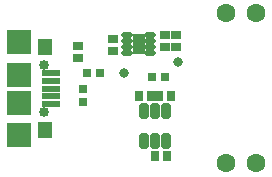
<source format=gts>
G04*
G04 #@! TF.GenerationSoftware,Altium Limited,Altium Designer,21.2.0 (30)*
G04*
G04 Layer_Color=8388736*
%FSLAX25Y25*%
%MOIN*%
G70*
G04*
G04 #@! TF.SameCoordinates,97C633C7-0035-430A-B59B-8A352E4D0A73*
G04*
G04*
G04 #@! TF.FilePolarity,Negative*
G04*
G01*
G75*
%ADD23R,0.00473X0.01744*%
%ADD24R,0.01744X0.00473*%
%ADD25R,0.02769X0.03162*%
%ADD26R,0.03162X0.02769*%
G04:AMPARAMS|DCode=27|XSize=37.13mil|YSize=19.02mil|CornerRadius=5.38mil|HoleSize=0mil|Usage=FLASHONLY|Rotation=0.000|XOffset=0mil|YOffset=0mil|HoleType=Round|Shape=RoundedRectangle|*
%AMROUNDEDRECTD27*
21,1,0.03713,0.00827,0,0,0.0*
21,1,0.02638,0.01902,0,0,0.0*
1,1,0.01076,0.01319,-0.00413*
1,1,0.01076,-0.01319,-0.00413*
1,1,0.01076,-0.01319,0.00413*
1,1,0.01076,0.01319,0.00413*
%
%ADD27ROUNDEDRECTD27*%
%ADD28R,0.04343X0.07099*%
G04:AMPARAMS|DCode=29|XSize=55.64mil|YSize=30.84mil|CornerRadius=6.85mil|HoleSize=0mil|Usage=FLASHONLY|Rotation=270.000|XOffset=0mil|YOffset=0mil|HoleType=Round|Shape=RoundedRectangle|*
%AMROUNDEDRECTD29*
21,1,0.05564,0.01713,0,0,270.0*
21,1,0.04193,0.03084,0,0,270.0*
1,1,0.01371,-0.00856,-0.02097*
1,1,0.01371,-0.00856,0.02097*
1,1,0.01371,0.00856,0.02097*
1,1,0.01371,0.00856,-0.02097*
%
%ADD29ROUNDEDRECTD29*%
%ADD30C,0.06299*%
%ADD31R,0.03556X0.03162*%
%ADD32R,0.03162X0.03556*%
%ADD33R,0.04737X0.05524*%
%ADD34R,0.06115X0.02375*%
%ADD35R,0.08280X0.08280*%
%ADD36C,0.01575*%
%ADD37C,0.03359*%
%ADD38C,0.04816*%
%ADD39C,0.03162*%
D23*
X53665Y35060D02*
D03*
X54989Y35043D02*
D03*
X32019Y36217D02*
D03*
X33343Y36200D02*
D03*
D24*
X29114Y28075D02*
D03*
X29131Y29398D02*
D03*
D25*
X56496Y35039D02*
D03*
X52165D02*
D03*
X34843Y36220D02*
D03*
X30512D02*
D03*
D26*
X29134Y30906D02*
D03*
Y26575D02*
D03*
D27*
X43957Y48917D02*
D03*
Y46949D02*
D03*
Y44980D02*
D03*
Y43012D02*
D03*
X51713D02*
D03*
Y44980D02*
D03*
Y46949D02*
D03*
Y48917D02*
D03*
D28*
X47835Y45965D02*
D03*
D29*
X49508Y13858D02*
D03*
X53248D02*
D03*
X56988D02*
D03*
X49508Y23740D02*
D03*
X53248D02*
D03*
X56988D02*
D03*
D30*
X77008Y56260D02*
D03*
X87008D02*
D03*
X77008Y6260D02*
D03*
X87008D02*
D03*
D31*
X39092Y47720D02*
D03*
Y43783D02*
D03*
X56415Y48902D02*
D03*
Y44965D02*
D03*
X60352Y48902D02*
D03*
Y44965D02*
D03*
X27559Y45276D02*
D03*
Y41339D02*
D03*
D32*
X54724Y28642D02*
D03*
X58661D02*
D03*
X51870D02*
D03*
X47933D02*
D03*
X57087Y8563D02*
D03*
X53150D02*
D03*
D33*
X16733Y17322D02*
D03*
Y44881D02*
D03*
D34*
X18406Y36220D02*
D03*
Y33661D02*
D03*
Y31102D02*
D03*
Y28543D02*
D03*
Y25984D02*
D03*
D35*
X7874Y46653D02*
D03*
Y15551D02*
D03*
Y35826D02*
D03*
Y26378D02*
D03*
D36*
X47835Y48130D02*
D03*
Y43799D02*
D03*
D37*
X16339Y38976D02*
D03*
Y23228D02*
D03*
D38*
X77008Y56260D02*
D03*
X87008D02*
D03*
X77008Y6260D02*
D03*
X87008D02*
D03*
D39*
X61024Y40157D02*
D03*
X42913Y36220D02*
D03*
M02*

</source>
